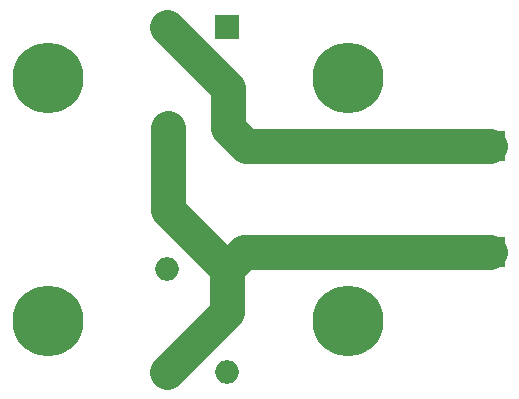
<source format=gbl>
G04 #@! TF.GenerationSoftware,KiCad,Pcbnew,(5.1.5)-3*
G04 #@! TF.CreationDate,2020-04-04T15:48:40+02:00*
G04 #@! TF.ProjectId,power-resistor,706f7765-722d-4726-9573-6973746f722e,rev?*
G04 #@! TF.SameCoordinates,Original*
G04 #@! TF.FileFunction,Copper,L2,Bot*
G04 #@! TF.FilePolarity,Positive*
%FSLAX46Y46*%
G04 Gerber Fmt 4.6, Leading zero omitted, Abs format (unit mm)*
G04 Created by KiCad (PCBNEW (5.1.5)-3) date 2020-04-04 15:48:40*
%MOMM*%
%LPD*%
G04 APERTURE LIST*
%ADD10R,2.500880X2.500880*%
%ADD11C,6.000000*%
%ADD12O,2.000000X2.000000*%
%ADD13R,2.000000X2.000000*%
%ADD14C,3.000000*%
G04 APERTURE END LIST*
D10*
X171000000Y-116100000D03*
X171000000Y-107100000D03*
D11*
X133600000Y-121900000D03*
X159000000Y-121900000D03*
X133600000Y-101300000D03*
X159000000Y-101300000D03*
D12*
X148780000Y-126200000D03*
D13*
X143700000Y-126200000D03*
D12*
X143720000Y-117500000D03*
D13*
X148800000Y-117500000D03*
D12*
X148880000Y-105600000D03*
D13*
X143800000Y-105600000D03*
D12*
X143720000Y-97000000D03*
D13*
X148800000Y-97000000D03*
D14*
X148880000Y-102160000D02*
X143720000Y-97000000D01*
X148880000Y-105600000D02*
X148880000Y-102160000D01*
X150380000Y-107100000D02*
X148880000Y-105600000D01*
X171000000Y-107100000D02*
X150380000Y-107100000D01*
X148800000Y-121100000D02*
X143700000Y-126200000D01*
X148800000Y-117500000D02*
X148800000Y-121100000D01*
X143800000Y-112500000D02*
X148800000Y-117500000D01*
X143800000Y-105600000D02*
X143800000Y-112500000D01*
X150200000Y-116100000D02*
X148800000Y-117500000D01*
X171000000Y-116100000D02*
X150200000Y-116100000D01*
M02*

</source>
